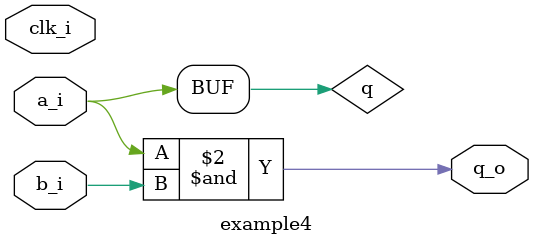
<source format=sv>
module example4(
  input  logic clk_i,
  input  logic a_i,
  input  logic b_i,
  output logic q_o
);
  logic q;

  always_comb begin
    q   =     a_i;
    q_o = q & b_i;
  end
endmodule

</source>
